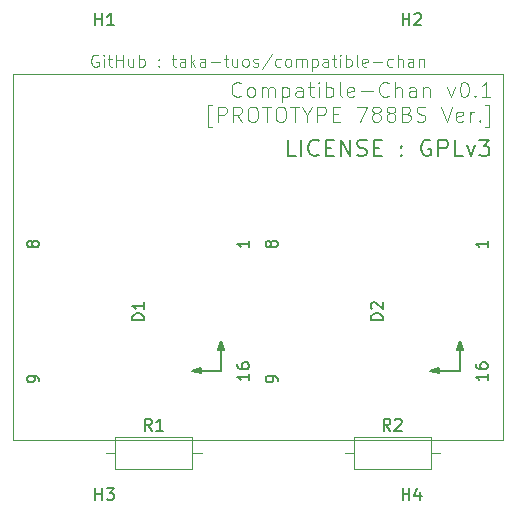
<source format=gto>
G04 #@! TF.GenerationSoftware,KiCad,Pcbnew,8.0.2*
G04 #@! TF.CreationDate,2024-08-16T15:41:43+09:00*
G04 #@! TF.ProjectId,compatible_chan-v0-led,636f6d70-6174-4696-926c-655f6368616e,rev?*
G04 #@! TF.SameCoordinates,Original*
G04 #@! TF.FileFunction,Legend,Top*
G04 #@! TF.FilePolarity,Positive*
%FSLAX46Y46*%
G04 Gerber Fmt 4.6, Leading zero omitted, Abs format (unit mm)*
G04 Created by KiCad (PCBNEW 8.0.2) date 2024-08-16 15:41:43*
%MOMM*%
%LPD*%
G01*
G04 APERTURE LIST*
%ADD10C,0.100000*%
%ADD11C,0.200000*%
%ADD12C,0.150000*%
%ADD13C,0.120000*%
%ADD14C,3.800000*%
%ADD15C,1.524000*%
%ADD16C,1.600000*%
%ADD17O,1.600000X1.600000*%
%ADD18R,1.700000X1.700000*%
%ADD19O,1.700000X1.700000*%
G04 APERTURE END LIST*
D10*
X74250000Y-55000000D02*
X115750000Y-55000000D01*
X115750000Y-86000000D01*
X74250000Y-86000000D01*
X74250000Y-55000000D01*
D11*
X98201754Y-61956266D02*
X97535087Y-61956266D01*
X97535087Y-61956266D02*
X97535087Y-60556266D01*
X98668420Y-61956266D02*
X98668420Y-60556266D01*
X100135087Y-61822933D02*
X100068420Y-61889600D01*
X100068420Y-61889600D02*
X99868420Y-61956266D01*
X99868420Y-61956266D02*
X99735087Y-61956266D01*
X99735087Y-61956266D02*
X99535087Y-61889600D01*
X99535087Y-61889600D02*
X99401754Y-61756266D01*
X99401754Y-61756266D02*
X99335087Y-61622933D01*
X99335087Y-61622933D02*
X99268420Y-61356266D01*
X99268420Y-61356266D02*
X99268420Y-61156266D01*
X99268420Y-61156266D02*
X99335087Y-60889600D01*
X99335087Y-60889600D02*
X99401754Y-60756266D01*
X99401754Y-60756266D02*
X99535087Y-60622933D01*
X99535087Y-60622933D02*
X99735087Y-60556266D01*
X99735087Y-60556266D02*
X99868420Y-60556266D01*
X99868420Y-60556266D02*
X100068420Y-60622933D01*
X100068420Y-60622933D02*
X100135087Y-60689600D01*
X100735087Y-61222933D02*
X101201754Y-61222933D01*
X101401754Y-61956266D02*
X100735087Y-61956266D01*
X100735087Y-61956266D02*
X100735087Y-60556266D01*
X100735087Y-60556266D02*
X101401754Y-60556266D01*
X102001754Y-61956266D02*
X102001754Y-60556266D01*
X102001754Y-60556266D02*
X102801754Y-61956266D01*
X102801754Y-61956266D02*
X102801754Y-60556266D01*
X103401754Y-61889600D02*
X103601754Y-61956266D01*
X103601754Y-61956266D02*
X103935088Y-61956266D01*
X103935088Y-61956266D02*
X104068421Y-61889600D01*
X104068421Y-61889600D02*
X104135088Y-61822933D01*
X104135088Y-61822933D02*
X104201754Y-61689600D01*
X104201754Y-61689600D02*
X104201754Y-61556266D01*
X104201754Y-61556266D02*
X104135088Y-61422933D01*
X104135088Y-61422933D02*
X104068421Y-61356266D01*
X104068421Y-61356266D02*
X103935088Y-61289600D01*
X103935088Y-61289600D02*
X103668421Y-61222933D01*
X103668421Y-61222933D02*
X103535088Y-61156266D01*
X103535088Y-61156266D02*
X103468421Y-61089600D01*
X103468421Y-61089600D02*
X103401754Y-60956266D01*
X103401754Y-60956266D02*
X103401754Y-60822933D01*
X103401754Y-60822933D02*
X103468421Y-60689600D01*
X103468421Y-60689600D02*
X103535088Y-60622933D01*
X103535088Y-60622933D02*
X103668421Y-60556266D01*
X103668421Y-60556266D02*
X104001754Y-60556266D01*
X104001754Y-60556266D02*
X104201754Y-60622933D01*
X104801754Y-61222933D02*
X105268421Y-61222933D01*
X105468421Y-61956266D02*
X104801754Y-61956266D01*
X104801754Y-61956266D02*
X104801754Y-60556266D01*
X104801754Y-60556266D02*
X105468421Y-60556266D01*
X107135088Y-61822933D02*
X107201755Y-61889600D01*
X107201755Y-61889600D02*
X107135088Y-61956266D01*
X107135088Y-61956266D02*
X107068421Y-61889600D01*
X107068421Y-61889600D02*
X107135088Y-61822933D01*
X107135088Y-61822933D02*
X107135088Y-61956266D01*
X107135088Y-61089600D02*
X107201755Y-61156266D01*
X107201755Y-61156266D02*
X107135088Y-61222933D01*
X107135088Y-61222933D02*
X107068421Y-61156266D01*
X107068421Y-61156266D02*
X107135088Y-61089600D01*
X107135088Y-61089600D02*
X107135088Y-61222933D01*
X109601755Y-60622933D02*
X109468422Y-60556266D01*
X109468422Y-60556266D02*
X109268422Y-60556266D01*
X109268422Y-60556266D02*
X109068422Y-60622933D01*
X109068422Y-60622933D02*
X108935089Y-60756266D01*
X108935089Y-60756266D02*
X108868422Y-60889600D01*
X108868422Y-60889600D02*
X108801755Y-61156266D01*
X108801755Y-61156266D02*
X108801755Y-61356266D01*
X108801755Y-61356266D02*
X108868422Y-61622933D01*
X108868422Y-61622933D02*
X108935089Y-61756266D01*
X108935089Y-61756266D02*
X109068422Y-61889600D01*
X109068422Y-61889600D02*
X109268422Y-61956266D01*
X109268422Y-61956266D02*
X109401755Y-61956266D01*
X109401755Y-61956266D02*
X109601755Y-61889600D01*
X109601755Y-61889600D02*
X109668422Y-61822933D01*
X109668422Y-61822933D02*
X109668422Y-61356266D01*
X109668422Y-61356266D02*
X109401755Y-61356266D01*
X110268422Y-61956266D02*
X110268422Y-60556266D01*
X110268422Y-60556266D02*
X110801755Y-60556266D01*
X110801755Y-60556266D02*
X110935089Y-60622933D01*
X110935089Y-60622933D02*
X111001755Y-60689600D01*
X111001755Y-60689600D02*
X111068422Y-60822933D01*
X111068422Y-60822933D02*
X111068422Y-61022933D01*
X111068422Y-61022933D02*
X111001755Y-61156266D01*
X111001755Y-61156266D02*
X110935089Y-61222933D01*
X110935089Y-61222933D02*
X110801755Y-61289600D01*
X110801755Y-61289600D02*
X110268422Y-61289600D01*
X112335089Y-61956266D02*
X111668422Y-61956266D01*
X111668422Y-61956266D02*
X111668422Y-60556266D01*
X112668422Y-61022933D02*
X113001755Y-61956266D01*
X113001755Y-61956266D02*
X113335088Y-61022933D01*
X113735089Y-60556266D02*
X114601755Y-60556266D01*
X114601755Y-60556266D02*
X114135089Y-61089600D01*
X114135089Y-61089600D02*
X114335089Y-61089600D01*
X114335089Y-61089600D02*
X114468422Y-61156266D01*
X114468422Y-61156266D02*
X114535089Y-61222933D01*
X114535089Y-61222933D02*
X114601755Y-61356266D01*
X114601755Y-61356266D02*
X114601755Y-61689600D01*
X114601755Y-61689600D02*
X114535089Y-61822933D01*
X114535089Y-61822933D02*
X114468422Y-61889600D01*
X114468422Y-61889600D02*
X114335089Y-61956266D01*
X114335089Y-61956266D02*
X113935089Y-61956266D01*
X113935089Y-61956266D02*
X113801755Y-61889600D01*
X113801755Y-61889600D02*
X113735089Y-61822933D01*
D10*
X93577071Y-56832895D02*
X93515167Y-56894800D01*
X93515167Y-56894800D02*
X93329452Y-56956704D01*
X93329452Y-56956704D02*
X93205643Y-56956704D01*
X93205643Y-56956704D02*
X93019929Y-56894800D01*
X93019929Y-56894800D02*
X92896119Y-56770990D01*
X92896119Y-56770990D02*
X92834214Y-56647180D01*
X92834214Y-56647180D02*
X92772310Y-56399561D01*
X92772310Y-56399561D02*
X92772310Y-56213847D01*
X92772310Y-56213847D02*
X92834214Y-55966228D01*
X92834214Y-55966228D02*
X92896119Y-55842419D01*
X92896119Y-55842419D02*
X93019929Y-55718609D01*
X93019929Y-55718609D02*
X93205643Y-55656704D01*
X93205643Y-55656704D02*
X93329452Y-55656704D01*
X93329452Y-55656704D02*
X93515167Y-55718609D01*
X93515167Y-55718609D02*
X93577071Y-55780514D01*
X94319929Y-56956704D02*
X94196119Y-56894800D01*
X94196119Y-56894800D02*
X94134214Y-56832895D01*
X94134214Y-56832895D02*
X94072310Y-56709085D01*
X94072310Y-56709085D02*
X94072310Y-56337657D01*
X94072310Y-56337657D02*
X94134214Y-56213847D01*
X94134214Y-56213847D02*
X94196119Y-56151942D01*
X94196119Y-56151942D02*
X94319929Y-56090038D01*
X94319929Y-56090038D02*
X94505643Y-56090038D01*
X94505643Y-56090038D02*
X94629452Y-56151942D01*
X94629452Y-56151942D02*
X94691357Y-56213847D01*
X94691357Y-56213847D02*
X94753262Y-56337657D01*
X94753262Y-56337657D02*
X94753262Y-56709085D01*
X94753262Y-56709085D02*
X94691357Y-56832895D01*
X94691357Y-56832895D02*
X94629452Y-56894800D01*
X94629452Y-56894800D02*
X94505643Y-56956704D01*
X94505643Y-56956704D02*
X94319929Y-56956704D01*
X95310404Y-56956704D02*
X95310404Y-56090038D01*
X95310404Y-56213847D02*
X95372309Y-56151942D01*
X95372309Y-56151942D02*
X95496119Y-56090038D01*
X95496119Y-56090038D02*
X95681833Y-56090038D01*
X95681833Y-56090038D02*
X95805642Y-56151942D01*
X95805642Y-56151942D02*
X95867547Y-56275752D01*
X95867547Y-56275752D02*
X95867547Y-56956704D01*
X95867547Y-56275752D02*
X95929452Y-56151942D01*
X95929452Y-56151942D02*
X96053261Y-56090038D01*
X96053261Y-56090038D02*
X96238976Y-56090038D01*
X96238976Y-56090038D02*
X96362785Y-56151942D01*
X96362785Y-56151942D02*
X96424690Y-56275752D01*
X96424690Y-56275752D02*
X96424690Y-56956704D01*
X97043737Y-56090038D02*
X97043737Y-57390038D01*
X97043737Y-56151942D02*
X97167547Y-56090038D01*
X97167547Y-56090038D02*
X97415166Y-56090038D01*
X97415166Y-56090038D02*
X97538975Y-56151942D01*
X97538975Y-56151942D02*
X97600880Y-56213847D01*
X97600880Y-56213847D02*
X97662785Y-56337657D01*
X97662785Y-56337657D02*
X97662785Y-56709085D01*
X97662785Y-56709085D02*
X97600880Y-56832895D01*
X97600880Y-56832895D02*
X97538975Y-56894800D01*
X97538975Y-56894800D02*
X97415166Y-56956704D01*
X97415166Y-56956704D02*
X97167547Y-56956704D01*
X97167547Y-56956704D02*
X97043737Y-56894800D01*
X98777070Y-56956704D02*
X98777070Y-56275752D01*
X98777070Y-56275752D02*
X98715165Y-56151942D01*
X98715165Y-56151942D02*
X98591356Y-56090038D01*
X98591356Y-56090038D02*
X98343737Y-56090038D01*
X98343737Y-56090038D02*
X98219927Y-56151942D01*
X98777070Y-56894800D02*
X98653261Y-56956704D01*
X98653261Y-56956704D02*
X98343737Y-56956704D01*
X98343737Y-56956704D02*
X98219927Y-56894800D01*
X98219927Y-56894800D02*
X98158023Y-56770990D01*
X98158023Y-56770990D02*
X98158023Y-56647180D01*
X98158023Y-56647180D02*
X98219927Y-56523371D01*
X98219927Y-56523371D02*
X98343737Y-56461466D01*
X98343737Y-56461466D02*
X98653261Y-56461466D01*
X98653261Y-56461466D02*
X98777070Y-56399561D01*
X99210403Y-56090038D02*
X99705641Y-56090038D01*
X99396117Y-55656704D02*
X99396117Y-56770990D01*
X99396117Y-56770990D02*
X99458022Y-56894800D01*
X99458022Y-56894800D02*
X99581832Y-56956704D01*
X99581832Y-56956704D02*
X99705641Y-56956704D01*
X100138974Y-56956704D02*
X100138974Y-56090038D01*
X100138974Y-55656704D02*
X100077070Y-55718609D01*
X100077070Y-55718609D02*
X100138974Y-55780514D01*
X100138974Y-55780514D02*
X100200879Y-55718609D01*
X100200879Y-55718609D02*
X100138974Y-55656704D01*
X100138974Y-55656704D02*
X100138974Y-55780514D01*
X100758022Y-56956704D02*
X100758022Y-55656704D01*
X100758022Y-56151942D02*
X100881832Y-56090038D01*
X100881832Y-56090038D02*
X101129451Y-56090038D01*
X101129451Y-56090038D02*
X101253260Y-56151942D01*
X101253260Y-56151942D02*
X101315165Y-56213847D01*
X101315165Y-56213847D02*
X101377070Y-56337657D01*
X101377070Y-56337657D02*
X101377070Y-56709085D01*
X101377070Y-56709085D02*
X101315165Y-56832895D01*
X101315165Y-56832895D02*
X101253260Y-56894800D01*
X101253260Y-56894800D02*
X101129451Y-56956704D01*
X101129451Y-56956704D02*
X100881832Y-56956704D01*
X100881832Y-56956704D02*
X100758022Y-56894800D01*
X102119927Y-56956704D02*
X101996117Y-56894800D01*
X101996117Y-56894800D02*
X101934212Y-56770990D01*
X101934212Y-56770990D02*
X101934212Y-55656704D01*
X103110402Y-56894800D02*
X102986593Y-56956704D01*
X102986593Y-56956704D02*
X102738974Y-56956704D01*
X102738974Y-56956704D02*
X102615164Y-56894800D01*
X102615164Y-56894800D02*
X102553260Y-56770990D01*
X102553260Y-56770990D02*
X102553260Y-56275752D01*
X102553260Y-56275752D02*
X102615164Y-56151942D01*
X102615164Y-56151942D02*
X102738974Y-56090038D01*
X102738974Y-56090038D02*
X102986593Y-56090038D01*
X102986593Y-56090038D02*
X103110402Y-56151942D01*
X103110402Y-56151942D02*
X103172307Y-56275752D01*
X103172307Y-56275752D02*
X103172307Y-56399561D01*
X103172307Y-56399561D02*
X102553260Y-56523371D01*
X103729450Y-56461466D02*
X104719927Y-56461466D01*
X106081831Y-56832895D02*
X106019927Y-56894800D01*
X106019927Y-56894800D02*
X105834212Y-56956704D01*
X105834212Y-56956704D02*
X105710403Y-56956704D01*
X105710403Y-56956704D02*
X105524689Y-56894800D01*
X105524689Y-56894800D02*
X105400879Y-56770990D01*
X105400879Y-56770990D02*
X105338974Y-56647180D01*
X105338974Y-56647180D02*
X105277070Y-56399561D01*
X105277070Y-56399561D02*
X105277070Y-56213847D01*
X105277070Y-56213847D02*
X105338974Y-55966228D01*
X105338974Y-55966228D02*
X105400879Y-55842419D01*
X105400879Y-55842419D02*
X105524689Y-55718609D01*
X105524689Y-55718609D02*
X105710403Y-55656704D01*
X105710403Y-55656704D02*
X105834212Y-55656704D01*
X105834212Y-55656704D02*
X106019927Y-55718609D01*
X106019927Y-55718609D02*
X106081831Y-55780514D01*
X106638974Y-56956704D02*
X106638974Y-55656704D01*
X107196117Y-56956704D02*
X107196117Y-56275752D01*
X107196117Y-56275752D02*
X107134212Y-56151942D01*
X107134212Y-56151942D02*
X107010403Y-56090038D01*
X107010403Y-56090038D02*
X106824689Y-56090038D01*
X106824689Y-56090038D02*
X106700879Y-56151942D01*
X106700879Y-56151942D02*
X106638974Y-56213847D01*
X108372307Y-56956704D02*
X108372307Y-56275752D01*
X108372307Y-56275752D02*
X108310402Y-56151942D01*
X108310402Y-56151942D02*
X108186593Y-56090038D01*
X108186593Y-56090038D02*
X107938974Y-56090038D01*
X107938974Y-56090038D02*
X107815164Y-56151942D01*
X108372307Y-56894800D02*
X108248498Y-56956704D01*
X108248498Y-56956704D02*
X107938974Y-56956704D01*
X107938974Y-56956704D02*
X107815164Y-56894800D01*
X107815164Y-56894800D02*
X107753260Y-56770990D01*
X107753260Y-56770990D02*
X107753260Y-56647180D01*
X107753260Y-56647180D02*
X107815164Y-56523371D01*
X107815164Y-56523371D02*
X107938974Y-56461466D01*
X107938974Y-56461466D02*
X108248498Y-56461466D01*
X108248498Y-56461466D02*
X108372307Y-56399561D01*
X108991354Y-56090038D02*
X108991354Y-56956704D01*
X108991354Y-56213847D02*
X109053259Y-56151942D01*
X109053259Y-56151942D02*
X109177069Y-56090038D01*
X109177069Y-56090038D02*
X109362783Y-56090038D01*
X109362783Y-56090038D02*
X109486592Y-56151942D01*
X109486592Y-56151942D02*
X109548497Y-56275752D01*
X109548497Y-56275752D02*
X109548497Y-56956704D01*
X111034211Y-56090038D02*
X111343735Y-56956704D01*
X111343735Y-56956704D02*
X111653258Y-56090038D01*
X112396115Y-55656704D02*
X112519925Y-55656704D01*
X112519925Y-55656704D02*
X112643734Y-55718609D01*
X112643734Y-55718609D02*
X112705639Y-55780514D01*
X112705639Y-55780514D02*
X112767544Y-55904323D01*
X112767544Y-55904323D02*
X112829449Y-56151942D01*
X112829449Y-56151942D02*
X112829449Y-56461466D01*
X112829449Y-56461466D02*
X112767544Y-56709085D01*
X112767544Y-56709085D02*
X112705639Y-56832895D01*
X112705639Y-56832895D02*
X112643734Y-56894800D01*
X112643734Y-56894800D02*
X112519925Y-56956704D01*
X112519925Y-56956704D02*
X112396115Y-56956704D01*
X112396115Y-56956704D02*
X112272306Y-56894800D01*
X112272306Y-56894800D02*
X112210401Y-56832895D01*
X112210401Y-56832895D02*
X112148496Y-56709085D01*
X112148496Y-56709085D02*
X112086592Y-56461466D01*
X112086592Y-56461466D02*
X112086592Y-56151942D01*
X112086592Y-56151942D02*
X112148496Y-55904323D01*
X112148496Y-55904323D02*
X112210401Y-55780514D01*
X112210401Y-55780514D02*
X112272306Y-55718609D01*
X112272306Y-55718609D02*
X112396115Y-55656704D01*
X113386591Y-56832895D02*
X113448496Y-56894800D01*
X113448496Y-56894800D02*
X113386591Y-56956704D01*
X113386591Y-56956704D02*
X113324687Y-56894800D01*
X113324687Y-56894800D02*
X113386591Y-56832895D01*
X113386591Y-56832895D02*
X113386591Y-56956704D01*
X114686592Y-56956704D02*
X113943735Y-56956704D01*
X114315163Y-56956704D02*
X114315163Y-55656704D01*
X114315163Y-55656704D02*
X114191354Y-55842419D01*
X114191354Y-55842419D02*
X114067544Y-55966228D01*
X114067544Y-55966228D02*
X113943735Y-56028133D01*
X91100877Y-59482965D02*
X90791353Y-59482965D01*
X90791353Y-59482965D02*
X90791353Y-57625822D01*
X90791353Y-57625822D02*
X91100877Y-57625822D01*
X91596115Y-59049631D02*
X91596115Y-57749631D01*
X91596115Y-57749631D02*
X92091353Y-57749631D01*
X92091353Y-57749631D02*
X92215163Y-57811536D01*
X92215163Y-57811536D02*
X92277068Y-57873441D01*
X92277068Y-57873441D02*
X92338972Y-57997250D01*
X92338972Y-57997250D02*
X92338972Y-58182965D01*
X92338972Y-58182965D02*
X92277068Y-58306774D01*
X92277068Y-58306774D02*
X92215163Y-58368679D01*
X92215163Y-58368679D02*
X92091353Y-58430584D01*
X92091353Y-58430584D02*
X91596115Y-58430584D01*
X93638972Y-59049631D02*
X93205639Y-58430584D01*
X92896115Y-59049631D02*
X92896115Y-57749631D01*
X92896115Y-57749631D02*
X93391353Y-57749631D01*
X93391353Y-57749631D02*
X93515163Y-57811536D01*
X93515163Y-57811536D02*
X93577068Y-57873441D01*
X93577068Y-57873441D02*
X93638972Y-57997250D01*
X93638972Y-57997250D02*
X93638972Y-58182965D01*
X93638972Y-58182965D02*
X93577068Y-58306774D01*
X93577068Y-58306774D02*
X93515163Y-58368679D01*
X93515163Y-58368679D02*
X93391353Y-58430584D01*
X93391353Y-58430584D02*
X92896115Y-58430584D01*
X94443734Y-57749631D02*
X94691353Y-57749631D01*
X94691353Y-57749631D02*
X94815163Y-57811536D01*
X94815163Y-57811536D02*
X94938972Y-57935346D01*
X94938972Y-57935346D02*
X95000877Y-58182965D01*
X95000877Y-58182965D02*
X95000877Y-58616298D01*
X95000877Y-58616298D02*
X94938972Y-58863917D01*
X94938972Y-58863917D02*
X94815163Y-58987727D01*
X94815163Y-58987727D02*
X94691353Y-59049631D01*
X94691353Y-59049631D02*
X94443734Y-59049631D01*
X94443734Y-59049631D02*
X94319925Y-58987727D01*
X94319925Y-58987727D02*
X94196115Y-58863917D01*
X94196115Y-58863917D02*
X94134211Y-58616298D01*
X94134211Y-58616298D02*
X94134211Y-58182965D01*
X94134211Y-58182965D02*
X94196115Y-57935346D01*
X94196115Y-57935346D02*
X94319925Y-57811536D01*
X94319925Y-57811536D02*
X94443734Y-57749631D01*
X95372306Y-57749631D02*
X96115163Y-57749631D01*
X95743735Y-59049631D02*
X95743735Y-57749631D01*
X96796115Y-57749631D02*
X97043734Y-57749631D01*
X97043734Y-57749631D02*
X97167544Y-57811536D01*
X97167544Y-57811536D02*
X97291353Y-57935346D01*
X97291353Y-57935346D02*
X97353258Y-58182965D01*
X97353258Y-58182965D02*
X97353258Y-58616298D01*
X97353258Y-58616298D02*
X97291353Y-58863917D01*
X97291353Y-58863917D02*
X97167544Y-58987727D01*
X97167544Y-58987727D02*
X97043734Y-59049631D01*
X97043734Y-59049631D02*
X96796115Y-59049631D01*
X96796115Y-59049631D02*
X96672306Y-58987727D01*
X96672306Y-58987727D02*
X96548496Y-58863917D01*
X96548496Y-58863917D02*
X96486592Y-58616298D01*
X96486592Y-58616298D02*
X96486592Y-58182965D01*
X96486592Y-58182965D02*
X96548496Y-57935346D01*
X96548496Y-57935346D02*
X96672306Y-57811536D01*
X96672306Y-57811536D02*
X96796115Y-57749631D01*
X97724687Y-57749631D02*
X98467544Y-57749631D01*
X98096116Y-59049631D02*
X98096116Y-57749631D01*
X99148496Y-58430584D02*
X99148496Y-59049631D01*
X98715163Y-57749631D02*
X99148496Y-58430584D01*
X99148496Y-58430584D02*
X99581830Y-57749631D01*
X100015163Y-59049631D02*
X100015163Y-57749631D01*
X100015163Y-57749631D02*
X100510401Y-57749631D01*
X100510401Y-57749631D02*
X100634211Y-57811536D01*
X100634211Y-57811536D02*
X100696116Y-57873441D01*
X100696116Y-57873441D02*
X100758020Y-57997250D01*
X100758020Y-57997250D02*
X100758020Y-58182965D01*
X100758020Y-58182965D02*
X100696116Y-58306774D01*
X100696116Y-58306774D02*
X100634211Y-58368679D01*
X100634211Y-58368679D02*
X100510401Y-58430584D01*
X100510401Y-58430584D02*
X100015163Y-58430584D01*
X101315163Y-58368679D02*
X101748497Y-58368679D01*
X101934211Y-59049631D02*
X101315163Y-59049631D01*
X101315163Y-59049631D02*
X101315163Y-57749631D01*
X101315163Y-57749631D02*
X101934211Y-57749631D01*
X103358020Y-57749631D02*
X104224686Y-57749631D01*
X104224686Y-57749631D02*
X103667544Y-59049631D01*
X104905639Y-58306774D02*
X104781829Y-58244869D01*
X104781829Y-58244869D02*
X104719924Y-58182965D01*
X104719924Y-58182965D02*
X104658020Y-58059155D01*
X104658020Y-58059155D02*
X104658020Y-57997250D01*
X104658020Y-57997250D02*
X104719924Y-57873441D01*
X104719924Y-57873441D02*
X104781829Y-57811536D01*
X104781829Y-57811536D02*
X104905639Y-57749631D01*
X104905639Y-57749631D02*
X105153258Y-57749631D01*
X105153258Y-57749631D02*
X105277067Y-57811536D01*
X105277067Y-57811536D02*
X105338972Y-57873441D01*
X105338972Y-57873441D02*
X105400877Y-57997250D01*
X105400877Y-57997250D02*
X105400877Y-58059155D01*
X105400877Y-58059155D02*
X105338972Y-58182965D01*
X105338972Y-58182965D02*
X105277067Y-58244869D01*
X105277067Y-58244869D02*
X105153258Y-58306774D01*
X105153258Y-58306774D02*
X104905639Y-58306774D01*
X104905639Y-58306774D02*
X104781829Y-58368679D01*
X104781829Y-58368679D02*
X104719924Y-58430584D01*
X104719924Y-58430584D02*
X104658020Y-58554393D01*
X104658020Y-58554393D02*
X104658020Y-58802012D01*
X104658020Y-58802012D02*
X104719924Y-58925822D01*
X104719924Y-58925822D02*
X104781829Y-58987727D01*
X104781829Y-58987727D02*
X104905639Y-59049631D01*
X104905639Y-59049631D02*
X105153258Y-59049631D01*
X105153258Y-59049631D02*
X105277067Y-58987727D01*
X105277067Y-58987727D02*
X105338972Y-58925822D01*
X105338972Y-58925822D02*
X105400877Y-58802012D01*
X105400877Y-58802012D02*
X105400877Y-58554393D01*
X105400877Y-58554393D02*
X105338972Y-58430584D01*
X105338972Y-58430584D02*
X105277067Y-58368679D01*
X105277067Y-58368679D02*
X105153258Y-58306774D01*
X106143734Y-58306774D02*
X106019924Y-58244869D01*
X106019924Y-58244869D02*
X105958019Y-58182965D01*
X105958019Y-58182965D02*
X105896115Y-58059155D01*
X105896115Y-58059155D02*
X105896115Y-57997250D01*
X105896115Y-57997250D02*
X105958019Y-57873441D01*
X105958019Y-57873441D02*
X106019924Y-57811536D01*
X106019924Y-57811536D02*
X106143734Y-57749631D01*
X106143734Y-57749631D02*
X106391353Y-57749631D01*
X106391353Y-57749631D02*
X106515162Y-57811536D01*
X106515162Y-57811536D02*
X106577067Y-57873441D01*
X106577067Y-57873441D02*
X106638972Y-57997250D01*
X106638972Y-57997250D02*
X106638972Y-58059155D01*
X106638972Y-58059155D02*
X106577067Y-58182965D01*
X106577067Y-58182965D02*
X106515162Y-58244869D01*
X106515162Y-58244869D02*
X106391353Y-58306774D01*
X106391353Y-58306774D02*
X106143734Y-58306774D01*
X106143734Y-58306774D02*
X106019924Y-58368679D01*
X106019924Y-58368679D02*
X105958019Y-58430584D01*
X105958019Y-58430584D02*
X105896115Y-58554393D01*
X105896115Y-58554393D02*
X105896115Y-58802012D01*
X105896115Y-58802012D02*
X105958019Y-58925822D01*
X105958019Y-58925822D02*
X106019924Y-58987727D01*
X106019924Y-58987727D02*
X106143734Y-59049631D01*
X106143734Y-59049631D02*
X106391353Y-59049631D01*
X106391353Y-59049631D02*
X106515162Y-58987727D01*
X106515162Y-58987727D02*
X106577067Y-58925822D01*
X106577067Y-58925822D02*
X106638972Y-58802012D01*
X106638972Y-58802012D02*
X106638972Y-58554393D01*
X106638972Y-58554393D02*
X106577067Y-58430584D01*
X106577067Y-58430584D02*
X106515162Y-58368679D01*
X106515162Y-58368679D02*
X106391353Y-58306774D01*
X107629448Y-58368679D02*
X107815162Y-58430584D01*
X107815162Y-58430584D02*
X107877067Y-58492488D01*
X107877067Y-58492488D02*
X107938971Y-58616298D01*
X107938971Y-58616298D02*
X107938971Y-58802012D01*
X107938971Y-58802012D02*
X107877067Y-58925822D01*
X107877067Y-58925822D02*
X107815162Y-58987727D01*
X107815162Y-58987727D02*
X107691352Y-59049631D01*
X107691352Y-59049631D02*
X107196114Y-59049631D01*
X107196114Y-59049631D02*
X107196114Y-57749631D01*
X107196114Y-57749631D02*
X107629448Y-57749631D01*
X107629448Y-57749631D02*
X107753257Y-57811536D01*
X107753257Y-57811536D02*
X107815162Y-57873441D01*
X107815162Y-57873441D02*
X107877067Y-57997250D01*
X107877067Y-57997250D02*
X107877067Y-58121060D01*
X107877067Y-58121060D02*
X107815162Y-58244869D01*
X107815162Y-58244869D02*
X107753257Y-58306774D01*
X107753257Y-58306774D02*
X107629448Y-58368679D01*
X107629448Y-58368679D02*
X107196114Y-58368679D01*
X108434210Y-58987727D02*
X108619924Y-59049631D01*
X108619924Y-59049631D02*
X108929448Y-59049631D01*
X108929448Y-59049631D02*
X109053257Y-58987727D01*
X109053257Y-58987727D02*
X109115162Y-58925822D01*
X109115162Y-58925822D02*
X109177067Y-58802012D01*
X109177067Y-58802012D02*
X109177067Y-58678203D01*
X109177067Y-58678203D02*
X109115162Y-58554393D01*
X109115162Y-58554393D02*
X109053257Y-58492488D01*
X109053257Y-58492488D02*
X108929448Y-58430584D01*
X108929448Y-58430584D02*
X108681829Y-58368679D01*
X108681829Y-58368679D02*
X108558019Y-58306774D01*
X108558019Y-58306774D02*
X108496114Y-58244869D01*
X108496114Y-58244869D02*
X108434210Y-58121060D01*
X108434210Y-58121060D02*
X108434210Y-57997250D01*
X108434210Y-57997250D02*
X108496114Y-57873441D01*
X108496114Y-57873441D02*
X108558019Y-57811536D01*
X108558019Y-57811536D02*
X108681829Y-57749631D01*
X108681829Y-57749631D02*
X108991352Y-57749631D01*
X108991352Y-57749631D02*
X109177067Y-57811536D01*
X110538971Y-57749631D02*
X110972304Y-59049631D01*
X110972304Y-59049631D02*
X111405638Y-57749631D01*
X112334209Y-58987727D02*
X112210400Y-59049631D01*
X112210400Y-59049631D02*
X111962781Y-59049631D01*
X111962781Y-59049631D02*
X111838971Y-58987727D01*
X111838971Y-58987727D02*
X111777067Y-58863917D01*
X111777067Y-58863917D02*
X111777067Y-58368679D01*
X111777067Y-58368679D02*
X111838971Y-58244869D01*
X111838971Y-58244869D02*
X111962781Y-58182965D01*
X111962781Y-58182965D02*
X112210400Y-58182965D01*
X112210400Y-58182965D02*
X112334209Y-58244869D01*
X112334209Y-58244869D02*
X112396114Y-58368679D01*
X112396114Y-58368679D02*
X112396114Y-58492488D01*
X112396114Y-58492488D02*
X111777067Y-58616298D01*
X112953257Y-59049631D02*
X112953257Y-58182965D01*
X112953257Y-58430584D02*
X113015162Y-58306774D01*
X113015162Y-58306774D02*
X113077067Y-58244869D01*
X113077067Y-58244869D02*
X113200876Y-58182965D01*
X113200876Y-58182965D02*
X113324686Y-58182965D01*
X113758019Y-58925822D02*
X113819924Y-58987727D01*
X113819924Y-58987727D02*
X113758019Y-59049631D01*
X113758019Y-59049631D02*
X113696115Y-58987727D01*
X113696115Y-58987727D02*
X113758019Y-58925822D01*
X113758019Y-58925822D02*
X113758019Y-59049631D01*
X114253258Y-59482965D02*
X114562782Y-59482965D01*
X114562782Y-59482965D02*
X114562782Y-57625822D01*
X114562782Y-57625822D02*
X114253258Y-57625822D01*
X81452379Y-53420038D02*
X81357141Y-53372419D01*
X81357141Y-53372419D02*
X81214284Y-53372419D01*
X81214284Y-53372419D02*
X81071427Y-53420038D01*
X81071427Y-53420038D02*
X80976189Y-53515276D01*
X80976189Y-53515276D02*
X80928570Y-53610514D01*
X80928570Y-53610514D02*
X80880951Y-53800990D01*
X80880951Y-53800990D02*
X80880951Y-53943847D01*
X80880951Y-53943847D02*
X80928570Y-54134323D01*
X80928570Y-54134323D02*
X80976189Y-54229561D01*
X80976189Y-54229561D02*
X81071427Y-54324800D01*
X81071427Y-54324800D02*
X81214284Y-54372419D01*
X81214284Y-54372419D02*
X81309522Y-54372419D01*
X81309522Y-54372419D02*
X81452379Y-54324800D01*
X81452379Y-54324800D02*
X81499998Y-54277180D01*
X81499998Y-54277180D02*
X81499998Y-53943847D01*
X81499998Y-53943847D02*
X81309522Y-53943847D01*
X81928570Y-54372419D02*
X81928570Y-53705752D01*
X81928570Y-53372419D02*
X81880951Y-53420038D01*
X81880951Y-53420038D02*
X81928570Y-53467657D01*
X81928570Y-53467657D02*
X81976189Y-53420038D01*
X81976189Y-53420038D02*
X81928570Y-53372419D01*
X81928570Y-53372419D02*
X81928570Y-53467657D01*
X82261903Y-53705752D02*
X82642855Y-53705752D01*
X82404760Y-53372419D02*
X82404760Y-54229561D01*
X82404760Y-54229561D02*
X82452379Y-54324800D01*
X82452379Y-54324800D02*
X82547617Y-54372419D01*
X82547617Y-54372419D02*
X82642855Y-54372419D01*
X82976189Y-54372419D02*
X82976189Y-53372419D01*
X82976189Y-53848609D02*
X83547617Y-53848609D01*
X83547617Y-54372419D02*
X83547617Y-53372419D01*
X84452379Y-53705752D02*
X84452379Y-54372419D01*
X84023808Y-53705752D02*
X84023808Y-54229561D01*
X84023808Y-54229561D02*
X84071427Y-54324800D01*
X84071427Y-54324800D02*
X84166665Y-54372419D01*
X84166665Y-54372419D02*
X84309522Y-54372419D01*
X84309522Y-54372419D02*
X84404760Y-54324800D01*
X84404760Y-54324800D02*
X84452379Y-54277180D01*
X84928570Y-54372419D02*
X84928570Y-53372419D01*
X84928570Y-53753371D02*
X85023808Y-53705752D01*
X85023808Y-53705752D02*
X85214284Y-53705752D01*
X85214284Y-53705752D02*
X85309522Y-53753371D01*
X85309522Y-53753371D02*
X85357141Y-53800990D01*
X85357141Y-53800990D02*
X85404760Y-53896228D01*
X85404760Y-53896228D02*
X85404760Y-54181942D01*
X85404760Y-54181942D02*
X85357141Y-54277180D01*
X85357141Y-54277180D02*
X85309522Y-54324800D01*
X85309522Y-54324800D02*
X85214284Y-54372419D01*
X85214284Y-54372419D02*
X85023808Y-54372419D01*
X85023808Y-54372419D02*
X84928570Y-54324800D01*
X86595237Y-54277180D02*
X86642856Y-54324800D01*
X86642856Y-54324800D02*
X86595237Y-54372419D01*
X86595237Y-54372419D02*
X86547618Y-54324800D01*
X86547618Y-54324800D02*
X86595237Y-54277180D01*
X86595237Y-54277180D02*
X86595237Y-54372419D01*
X86595237Y-53753371D02*
X86642856Y-53800990D01*
X86642856Y-53800990D02*
X86595237Y-53848609D01*
X86595237Y-53848609D02*
X86547618Y-53800990D01*
X86547618Y-53800990D02*
X86595237Y-53753371D01*
X86595237Y-53753371D02*
X86595237Y-53848609D01*
X87690475Y-53705752D02*
X88071427Y-53705752D01*
X87833332Y-53372419D02*
X87833332Y-54229561D01*
X87833332Y-54229561D02*
X87880951Y-54324800D01*
X87880951Y-54324800D02*
X87976189Y-54372419D01*
X87976189Y-54372419D02*
X88071427Y-54372419D01*
X88833332Y-54372419D02*
X88833332Y-53848609D01*
X88833332Y-53848609D02*
X88785713Y-53753371D01*
X88785713Y-53753371D02*
X88690475Y-53705752D01*
X88690475Y-53705752D02*
X88499999Y-53705752D01*
X88499999Y-53705752D02*
X88404761Y-53753371D01*
X88833332Y-54324800D02*
X88738094Y-54372419D01*
X88738094Y-54372419D02*
X88499999Y-54372419D01*
X88499999Y-54372419D02*
X88404761Y-54324800D01*
X88404761Y-54324800D02*
X88357142Y-54229561D01*
X88357142Y-54229561D02*
X88357142Y-54134323D01*
X88357142Y-54134323D02*
X88404761Y-54039085D01*
X88404761Y-54039085D02*
X88499999Y-53991466D01*
X88499999Y-53991466D02*
X88738094Y-53991466D01*
X88738094Y-53991466D02*
X88833332Y-53943847D01*
X89309523Y-54372419D02*
X89309523Y-53372419D01*
X89404761Y-53991466D02*
X89690475Y-54372419D01*
X89690475Y-53705752D02*
X89309523Y-54086704D01*
X90547618Y-54372419D02*
X90547618Y-53848609D01*
X90547618Y-53848609D02*
X90499999Y-53753371D01*
X90499999Y-53753371D02*
X90404761Y-53705752D01*
X90404761Y-53705752D02*
X90214285Y-53705752D01*
X90214285Y-53705752D02*
X90119047Y-53753371D01*
X90547618Y-54324800D02*
X90452380Y-54372419D01*
X90452380Y-54372419D02*
X90214285Y-54372419D01*
X90214285Y-54372419D02*
X90119047Y-54324800D01*
X90119047Y-54324800D02*
X90071428Y-54229561D01*
X90071428Y-54229561D02*
X90071428Y-54134323D01*
X90071428Y-54134323D02*
X90119047Y-54039085D01*
X90119047Y-54039085D02*
X90214285Y-53991466D01*
X90214285Y-53991466D02*
X90452380Y-53991466D01*
X90452380Y-53991466D02*
X90547618Y-53943847D01*
X91023809Y-53991466D02*
X91785714Y-53991466D01*
X92119047Y-53705752D02*
X92499999Y-53705752D01*
X92261904Y-53372419D02*
X92261904Y-54229561D01*
X92261904Y-54229561D02*
X92309523Y-54324800D01*
X92309523Y-54324800D02*
X92404761Y-54372419D01*
X92404761Y-54372419D02*
X92499999Y-54372419D01*
X93261904Y-53705752D02*
X93261904Y-54372419D01*
X92833333Y-53705752D02*
X92833333Y-54229561D01*
X92833333Y-54229561D02*
X92880952Y-54324800D01*
X92880952Y-54324800D02*
X92976190Y-54372419D01*
X92976190Y-54372419D02*
X93119047Y-54372419D01*
X93119047Y-54372419D02*
X93214285Y-54324800D01*
X93214285Y-54324800D02*
X93261904Y-54277180D01*
X93880952Y-54372419D02*
X93785714Y-54324800D01*
X93785714Y-54324800D02*
X93738095Y-54277180D01*
X93738095Y-54277180D02*
X93690476Y-54181942D01*
X93690476Y-54181942D02*
X93690476Y-53896228D01*
X93690476Y-53896228D02*
X93738095Y-53800990D01*
X93738095Y-53800990D02*
X93785714Y-53753371D01*
X93785714Y-53753371D02*
X93880952Y-53705752D01*
X93880952Y-53705752D02*
X94023809Y-53705752D01*
X94023809Y-53705752D02*
X94119047Y-53753371D01*
X94119047Y-53753371D02*
X94166666Y-53800990D01*
X94166666Y-53800990D02*
X94214285Y-53896228D01*
X94214285Y-53896228D02*
X94214285Y-54181942D01*
X94214285Y-54181942D02*
X94166666Y-54277180D01*
X94166666Y-54277180D02*
X94119047Y-54324800D01*
X94119047Y-54324800D02*
X94023809Y-54372419D01*
X94023809Y-54372419D02*
X93880952Y-54372419D01*
X94595238Y-54324800D02*
X94690476Y-54372419D01*
X94690476Y-54372419D02*
X94880952Y-54372419D01*
X94880952Y-54372419D02*
X94976190Y-54324800D01*
X94976190Y-54324800D02*
X95023809Y-54229561D01*
X95023809Y-54229561D02*
X95023809Y-54181942D01*
X95023809Y-54181942D02*
X94976190Y-54086704D01*
X94976190Y-54086704D02*
X94880952Y-54039085D01*
X94880952Y-54039085D02*
X94738095Y-54039085D01*
X94738095Y-54039085D02*
X94642857Y-53991466D01*
X94642857Y-53991466D02*
X94595238Y-53896228D01*
X94595238Y-53896228D02*
X94595238Y-53848609D01*
X94595238Y-53848609D02*
X94642857Y-53753371D01*
X94642857Y-53753371D02*
X94738095Y-53705752D01*
X94738095Y-53705752D02*
X94880952Y-53705752D01*
X94880952Y-53705752D02*
X94976190Y-53753371D01*
X96166666Y-53324800D02*
X95309524Y-54610514D01*
X96928571Y-54324800D02*
X96833333Y-54372419D01*
X96833333Y-54372419D02*
X96642857Y-54372419D01*
X96642857Y-54372419D02*
X96547619Y-54324800D01*
X96547619Y-54324800D02*
X96500000Y-54277180D01*
X96500000Y-54277180D02*
X96452381Y-54181942D01*
X96452381Y-54181942D02*
X96452381Y-53896228D01*
X96452381Y-53896228D02*
X96500000Y-53800990D01*
X96500000Y-53800990D02*
X96547619Y-53753371D01*
X96547619Y-53753371D02*
X96642857Y-53705752D01*
X96642857Y-53705752D02*
X96833333Y-53705752D01*
X96833333Y-53705752D02*
X96928571Y-53753371D01*
X97500000Y-54372419D02*
X97404762Y-54324800D01*
X97404762Y-54324800D02*
X97357143Y-54277180D01*
X97357143Y-54277180D02*
X97309524Y-54181942D01*
X97309524Y-54181942D02*
X97309524Y-53896228D01*
X97309524Y-53896228D02*
X97357143Y-53800990D01*
X97357143Y-53800990D02*
X97404762Y-53753371D01*
X97404762Y-53753371D02*
X97500000Y-53705752D01*
X97500000Y-53705752D02*
X97642857Y-53705752D01*
X97642857Y-53705752D02*
X97738095Y-53753371D01*
X97738095Y-53753371D02*
X97785714Y-53800990D01*
X97785714Y-53800990D02*
X97833333Y-53896228D01*
X97833333Y-53896228D02*
X97833333Y-54181942D01*
X97833333Y-54181942D02*
X97785714Y-54277180D01*
X97785714Y-54277180D02*
X97738095Y-54324800D01*
X97738095Y-54324800D02*
X97642857Y-54372419D01*
X97642857Y-54372419D02*
X97500000Y-54372419D01*
X98261905Y-54372419D02*
X98261905Y-53705752D01*
X98261905Y-53800990D02*
X98309524Y-53753371D01*
X98309524Y-53753371D02*
X98404762Y-53705752D01*
X98404762Y-53705752D02*
X98547619Y-53705752D01*
X98547619Y-53705752D02*
X98642857Y-53753371D01*
X98642857Y-53753371D02*
X98690476Y-53848609D01*
X98690476Y-53848609D02*
X98690476Y-54372419D01*
X98690476Y-53848609D02*
X98738095Y-53753371D01*
X98738095Y-53753371D02*
X98833333Y-53705752D01*
X98833333Y-53705752D02*
X98976190Y-53705752D01*
X98976190Y-53705752D02*
X99071429Y-53753371D01*
X99071429Y-53753371D02*
X99119048Y-53848609D01*
X99119048Y-53848609D02*
X99119048Y-54372419D01*
X99595238Y-53705752D02*
X99595238Y-54705752D01*
X99595238Y-53753371D02*
X99690476Y-53705752D01*
X99690476Y-53705752D02*
X99880952Y-53705752D01*
X99880952Y-53705752D02*
X99976190Y-53753371D01*
X99976190Y-53753371D02*
X100023809Y-53800990D01*
X100023809Y-53800990D02*
X100071428Y-53896228D01*
X100071428Y-53896228D02*
X100071428Y-54181942D01*
X100071428Y-54181942D02*
X100023809Y-54277180D01*
X100023809Y-54277180D02*
X99976190Y-54324800D01*
X99976190Y-54324800D02*
X99880952Y-54372419D01*
X99880952Y-54372419D02*
X99690476Y-54372419D01*
X99690476Y-54372419D02*
X99595238Y-54324800D01*
X100928571Y-54372419D02*
X100928571Y-53848609D01*
X100928571Y-53848609D02*
X100880952Y-53753371D01*
X100880952Y-53753371D02*
X100785714Y-53705752D01*
X100785714Y-53705752D02*
X100595238Y-53705752D01*
X100595238Y-53705752D02*
X100500000Y-53753371D01*
X100928571Y-54324800D02*
X100833333Y-54372419D01*
X100833333Y-54372419D02*
X100595238Y-54372419D01*
X100595238Y-54372419D02*
X100500000Y-54324800D01*
X100500000Y-54324800D02*
X100452381Y-54229561D01*
X100452381Y-54229561D02*
X100452381Y-54134323D01*
X100452381Y-54134323D02*
X100500000Y-54039085D01*
X100500000Y-54039085D02*
X100595238Y-53991466D01*
X100595238Y-53991466D02*
X100833333Y-53991466D01*
X100833333Y-53991466D02*
X100928571Y-53943847D01*
X101261905Y-53705752D02*
X101642857Y-53705752D01*
X101404762Y-53372419D02*
X101404762Y-54229561D01*
X101404762Y-54229561D02*
X101452381Y-54324800D01*
X101452381Y-54324800D02*
X101547619Y-54372419D01*
X101547619Y-54372419D02*
X101642857Y-54372419D01*
X101976191Y-54372419D02*
X101976191Y-53705752D01*
X101976191Y-53372419D02*
X101928572Y-53420038D01*
X101928572Y-53420038D02*
X101976191Y-53467657D01*
X101976191Y-53467657D02*
X102023810Y-53420038D01*
X102023810Y-53420038D02*
X101976191Y-53372419D01*
X101976191Y-53372419D02*
X101976191Y-53467657D01*
X102452381Y-54372419D02*
X102452381Y-53372419D01*
X102452381Y-53753371D02*
X102547619Y-53705752D01*
X102547619Y-53705752D02*
X102738095Y-53705752D01*
X102738095Y-53705752D02*
X102833333Y-53753371D01*
X102833333Y-53753371D02*
X102880952Y-53800990D01*
X102880952Y-53800990D02*
X102928571Y-53896228D01*
X102928571Y-53896228D02*
X102928571Y-54181942D01*
X102928571Y-54181942D02*
X102880952Y-54277180D01*
X102880952Y-54277180D02*
X102833333Y-54324800D01*
X102833333Y-54324800D02*
X102738095Y-54372419D01*
X102738095Y-54372419D02*
X102547619Y-54372419D01*
X102547619Y-54372419D02*
X102452381Y-54324800D01*
X103500000Y-54372419D02*
X103404762Y-54324800D01*
X103404762Y-54324800D02*
X103357143Y-54229561D01*
X103357143Y-54229561D02*
X103357143Y-53372419D01*
X104261905Y-54324800D02*
X104166667Y-54372419D01*
X104166667Y-54372419D02*
X103976191Y-54372419D01*
X103976191Y-54372419D02*
X103880953Y-54324800D01*
X103880953Y-54324800D02*
X103833334Y-54229561D01*
X103833334Y-54229561D02*
X103833334Y-53848609D01*
X103833334Y-53848609D02*
X103880953Y-53753371D01*
X103880953Y-53753371D02*
X103976191Y-53705752D01*
X103976191Y-53705752D02*
X104166667Y-53705752D01*
X104166667Y-53705752D02*
X104261905Y-53753371D01*
X104261905Y-53753371D02*
X104309524Y-53848609D01*
X104309524Y-53848609D02*
X104309524Y-53943847D01*
X104309524Y-53943847D02*
X103833334Y-54039085D01*
X104738096Y-53991466D02*
X105500001Y-53991466D01*
X106404762Y-54324800D02*
X106309524Y-54372419D01*
X106309524Y-54372419D02*
X106119048Y-54372419D01*
X106119048Y-54372419D02*
X106023810Y-54324800D01*
X106023810Y-54324800D02*
X105976191Y-54277180D01*
X105976191Y-54277180D02*
X105928572Y-54181942D01*
X105928572Y-54181942D02*
X105928572Y-53896228D01*
X105928572Y-53896228D02*
X105976191Y-53800990D01*
X105976191Y-53800990D02*
X106023810Y-53753371D01*
X106023810Y-53753371D02*
X106119048Y-53705752D01*
X106119048Y-53705752D02*
X106309524Y-53705752D01*
X106309524Y-53705752D02*
X106404762Y-53753371D01*
X106833334Y-54372419D02*
X106833334Y-53372419D01*
X107261905Y-54372419D02*
X107261905Y-53848609D01*
X107261905Y-53848609D02*
X107214286Y-53753371D01*
X107214286Y-53753371D02*
X107119048Y-53705752D01*
X107119048Y-53705752D02*
X106976191Y-53705752D01*
X106976191Y-53705752D02*
X106880953Y-53753371D01*
X106880953Y-53753371D02*
X106833334Y-53800990D01*
X108166667Y-54372419D02*
X108166667Y-53848609D01*
X108166667Y-53848609D02*
X108119048Y-53753371D01*
X108119048Y-53753371D02*
X108023810Y-53705752D01*
X108023810Y-53705752D02*
X107833334Y-53705752D01*
X107833334Y-53705752D02*
X107738096Y-53753371D01*
X108166667Y-54324800D02*
X108071429Y-54372419D01*
X108071429Y-54372419D02*
X107833334Y-54372419D01*
X107833334Y-54372419D02*
X107738096Y-54324800D01*
X107738096Y-54324800D02*
X107690477Y-54229561D01*
X107690477Y-54229561D02*
X107690477Y-54134323D01*
X107690477Y-54134323D02*
X107738096Y-54039085D01*
X107738096Y-54039085D02*
X107833334Y-53991466D01*
X107833334Y-53991466D02*
X108071429Y-53991466D01*
X108071429Y-53991466D02*
X108166667Y-53943847D01*
X108642858Y-53705752D02*
X108642858Y-54372419D01*
X108642858Y-53800990D02*
X108690477Y-53753371D01*
X108690477Y-53753371D02*
X108785715Y-53705752D01*
X108785715Y-53705752D02*
X108928572Y-53705752D01*
X108928572Y-53705752D02*
X109023810Y-53753371D01*
X109023810Y-53753371D02*
X109071429Y-53848609D01*
X109071429Y-53848609D02*
X109071429Y-54372419D01*
D12*
X81238095Y-91054819D02*
X81238095Y-90054819D01*
X81238095Y-90531009D02*
X81809523Y-90531009D01*
X81809523Y-91054819D02*
X81809523Y-90054819D01*
X82190476Y-90054819D02*
X82809523Y-90054819D01*
X82809523Y-90054819D02*
X82476190Y-90435771D01*
X82476190Y-90435771D02*
X82619047Y-90435771D01*
X82619047Y-90435771D02*
X82714285Y-90483390D01*
X82714285Y-90483390D02*
X82761904Y-90531009D01*
X82761904Y-90531009D02*
X82809523Y-90626247D01*
X82809523Y-90626247D02*
X82809523Y-90864342D01*
X82809523Y-90864342D02*
X82761904Y-90959580D01*
X82761904Y-90959580D02*
X82714285Y-91007200D01*
X82714285Y-91007200D02*
X82619047Y-91054819D01*
X82619047Y-91054819D02*
X82333333Y-91054819D01*
X82333333Y-91054819D02*
X82238095Y-91007200D01*
X82238095Y-91007200D02*
X82190476Y-90959580D01*
X105554819Y-75838094D02*
X104554819Y-75838094D01*
X104554819Y-75838094D02*
X104554819Y-75599999D01*
X104554819Y-75599999D02*
X104602438Y-75457142D01*
X104602438Y-75457142D02*
X104697676Y-75361904D01*
X104697676Y-75361904D02*
X104792914Y-75314285D01*
X104792914Y-75314285D02*
X104983390Y-75266666D01*
X104983390Y-75266666D02*
X105126247Y-75266666D01*
X105126247Y-75266666D02*
X105316723Y-75314285D01*
X105316723Y-75314285D02*
X105411961Y-75361904D01*
X105411961Y-75361904D02*
X105507200Y-75457142D01*
X105507200Y-75457142D02*
X105554819Y-75599999D01*
X105554819Y-75599999D02*
X105554819Y-75838094D01*
X104650057Y-74885713D02*
X104602438Y-74838094D01*
X104602438Y-74838094D02*
X104554819Y-74742856D01*
X104554819Y-74742856D02*
X104554819Y-74504761D01*
X104554819Y-74504761D02*
X104602438Y-74409523D01*
X104602438Y-74409523D02*
X104650057Y-74361904D01*
X104650057Y-74361904D02*
X104745295Y-74314285D01*
X104745295Y-74314285D02*
X104840533Y-74314285D01*
X104840533Y-74314285D02*
X104983390Y-74361904D01*
X104983390Y-74361904D02*
X105554819Y-74933332D01*
X105554819Y-74933332D02*
X105554819Y-74314285D01*
X114444819Y-80370476D02*
X114444819Y-80941904D01*
X114444819Y-80656190D02*
X113444819Y-80656190D01*
X113444819Y-80656190D02*
X113587676Y-80751428D01*
X113587676Y-80751428D02*
X113682914Y-80846666D01*
X113682914Y-80846666D02*
X113730533Y-80941904D01*
X113444819Y-79513333D02*
X113444819Y-79703809D01*
X113444819Y-79703809D02*
X113492438Y-79799047D01*
X113492438Y-79799047D02*
X113540057Y-79846666D01*
X113540057Y-79846666D02*
X113682914Y-79941904D01*
X113682914Y-79941904D02*
X113873390Y-79989523D01*
X113873390Y-79989523D02*
X114254342Y-79989523D01*
X114254342Y-79989523D02*
X114349580Y-79941904D01*
X114349580Y-79941904D02*
X114397200Y-79894285D01*
X114397200Y-79894285D02*
X114444819Y-79799047D01*
X114444819Y-79799047D02*
X114444819Y-79608571D01*
X114444819Y-79608571D02*
X114397200Y-79513333D01*
X114397200Y-79513333D02*
X114349580Y-79465714D01*
X114349580Y-79465714D02*
X114254342Y-79418095D01*
X114254342Y-79418095D02*
X114016247Y-79418095D01*
X114016247Y-79418095D02*
X113921009Y-79465714D01*
X113921009Y-79465714D02*
X113873390Y-79513333D01*
X113873390Y-79513333D02*
X113825771Y-79608571D01*
X113825771Y-79608571D02*
X113825771Y-79799047D01*
X113825771Y-79799047D02*
X113873390Y-79894285D01*
X113873390Y-79894285D02*
X113921009Y-79941904D01*
X113921009Y-79941904D02*
X114016247Y-79989523D01*
X96093390Y-69480237D02*
X96045771Y-69575475D01*
X96045771Y-69575475D02*
X95998152Y-69623094D01*
X95998152Y-69623094D02*
X95902914Y-69670713D01*
X95902914Y-69670713D02*
X95855295Y-69670713D01*
X95855295Y-69670713D02*
X95760057Y-69623094D01*
X95760057Y-69623094D02*
X95712438Y-69575475D01*
X95712438Y-69575475D02*
X95664819Y-69480237D01*
X95664819Y-69480237D02*
X95664819Y-69289761D01*
X95664819Y-69289761D02*
X95712438Y-69194523D01*
X95712438Y-69194523D02*
X95760057Y-69146904D01*
X95760057Y-69146904D02*
X95855295Y-69099285D01*
X95855295Y-69099285D02*
X95902914Y-69099285D01*
X95902914Y-69099285D02*
X95998152Y-69146904D01*
X95998152Y-69146904D02*
X96045771Y-69194523D01*
X96045771Y-69194523D02*
X96093390Y-69289761D01*
X96093390Y-69289761D02*
X96093390Y-69480237D01*
X96093390Y-69480237D02*
X96141009Y-69575475D01*
X96141009Y-69575475D02*
X96188628Y-69623094D01*
X96188628Y-69623094D02*
X96283866Y-69670713D01*
X96283866Y-69670713D02*
X96474342Y-69670713D01*
X96474342Y-69670713D02*
X96569580Y-69623094D01*
X96569580Y-69623094D02*
X96617200Y-69575475D01*
X96617200Y-69575475D02*
X96664819Y-69480237D01*
X96664819Y-69480237D02*
X96664819Y-69289761D01*
X96664819Y-69289761D02*
X96617200Y-69194523D01*
X96617200Y-69194523D02*
X96569580Y-69146904D01*
X96569580Y-69146904D02*
X96474342Y-69099285D01*
X96474342Y-69099285D02*
X96283866Y-69099285D01*
X96283866Y-69099285D02*
X96188628Y-69146904D01*
X96188628Y-69146904D02*
X96141009Y-69194523D01*
X96141009Y-69194523D02*
X96093390Y-69289761D01*
X96664819Y-81005475D02*
X96664819Y-80814999D01*
X96664819Y-80814999D02*
X96617200Y-80719761D01*
X96617200Y-80719761D02*
X96569580Y-80672142D01*
X96569580Y-80672142D02*
X96426723Y-80576904D01*
X96426723Y-80576904D02*
X96236247Y-80529285D01*
X96236247Y-80529285D02*
X95855295Y-80529285D01*
X95855295Y-80529285D02*
X95760057Y-80576904D01*
X95760057Y-80576904D02*
X95712438Y-80624523D01*
X95712438Y-80624523D02*
X95664819Y-80719761D01*
X95664819Y-80719761D02*
X95664819Y-80910237D01*
X95664819Y-80910237D02*
X95712438Y-81005475D01*
X95712438Y-81005475D02*
X95760057Y-81053094D01*
X95760057Y-81053094D02*
X95855295Y-81100713D01*
X95855295Y-81100713D02*
X96093390Y-81100713D01*
X96093390Y-81100713D02*
X96188628Y-81053094D01*
X96188628Y-81053094D02*
X96236247Y-81005475D01*
X96236247Y-81005475D02*
X96283866Y-80910237D01*
X96283866Y-80910237D02*
X96283866Y-80719761D01*
X96283866Y-80719761D02*
X96236247Y-80624523D01*
X96236247Y-80624523D02*
X96188628Y-80576904D01*
X96188628Y-80576904D02*
X96093390Y-80529285D01*
X114444819Y-69099285D02*
X114444819Y-69670713D01*
X114444819Y-69384999D02*
X113444819Y-69384999D01*
X113444819Y-69384999D02*
X113587676Y-69480237D01*
X113587676Y-69480237D02*
X113682914Y-69575475D01*
X113682914Y-69575475D02*
X113730533Y-69670713D01*
X81238095Y-50854819D02*
X81238095Y-49854819D01*
X81238095Y-50331009D02*
X81809523Y-50331009D01*
X81809523Y-50854819D02*
X81809523Y-49854819D01*
X82809523Y-50854819D02*
X82238095Y-50854819D01*
X82523809Y-50854819D02*
X82523809Y-49854819D01*
X82523809Y-49854819D02*
X82428571Y-49997676D01*
X82428571Y-49997676D02*
X82333333Y-50092914D01*
X82333333Y-50092914D02*
X82238095Y-50140533D01*
X107238095Y-50854819D02*
X107238095Y-49854819D01*
X107238095Y-50331009D02*
X107809523Y-50331009D01*
X107809523Y-50854819D02*
X107809523Y-49854819D01*
X108238095Y-49950057D02*
X108285714Y-49902438D01*
X108285714Y-49902438D02*
X108380952Y-49854819D01*
X108380952Y-49854819D02*
X108619047Y-49854819D01*
X108619047Y-49854819D02*
X108714285Y-49902438D01*
X108714285Y-49902438D02*
X108761904Y-49950057D01*
X108761904Y-49950057D02*
X108809523Y-50045295D01*
X108809523Y-50045295D02*
X108809523Y-50140533D01*
X108809523Y-50140533D02*
X108761904Y-50283390D01*
X108761904Y-50283390D02*
X108190476Y-50854819D01*
X108190476Y-50854819D02*
X108809523Y-50854819D01*
X106213333Y-85184819D02*
X105880000Y-84708628D01*
X105641905Y-85184819D02*
X105641905Y-84184819D01*
X105641905Y-84184819D02*
X106022857Y-84184819D01*
X106022857Y-84184819D02*
X106118095Y-84232438D01*
X106118095Y-84232438D02*
X106165714Y-84280057D01*
X106165714Y-84280057D02*
X106213333Y-84375295D01*
X106213333Y-84375295D02*
X106213333Y-84518152D01*
X106213333Y-84518152D02*
X106165714Y-84613390D01*
X106165714Y-84613390D02*
X106118095Y-84661009D01*
X106118095Y-84661009D02*
X106022857Y-84708628D01*
X106022857Y-84708628D02*
X105641905Y-84708628D01*
X106594286Y-84280057D02*
X106641905Y-84232438D01*
X106641905Y-84232438D02*
X106737143Y-84184819D01*
X106737143Y-84184819D02*
X106975238Y-84184819D01*
X106975238Y-84184819D02*
X107070476Y-84232438D01*
X107070476Y-84232438D02*
X107118095Y-84280057D01*
X107118095Y-84280057D02*
X107165714Y-84375295D01*
X107165714Y-84375295D02*
X107165714Y-84470533D01*
X107165714Y-84470533D02*
X107118095Y-84613390D01*
X107118095Y-84613390D02*
X106546667Y-85184819D01*
X106546667Y-85184819D02*
X107165714Y-85184819D01*
X107238095Y-91054819D02*
X107238095Y-90054819D01*
X107238095Y-90531009D02*
X107809523Y-90531009D01*
X107809523Y-91054819D02*
X107809523Y-90054819D01*
X108714285Y-90388152D02*
X108714285Y-91054819D01*
X108476190Y-90007200D02*
X108238095Y-90721485D01*
X108238095Y-90721485D02*
X108857142Y-90721485D01*
X85354819Y-75838094D02*
X84354819Y-75838094D01*
X84354819Y-75838094D02*
X84354819Y-75599999D01*
X84354819Y-75599999D02*
X84402438Y-75457142D01*
X84402438Y-75457142D02*
X84497676Y-75361904D01*
X84497676Y-75361904D02*
X84592914Y-75314285D01*
X84592914Y-75314285D02*
X84783390Y-75266666D01*
X84783390Y-75266666D02*
X84926247Y-75266666D01*
X84926247Y-75266666D02*
X85116723Y-75314285D01*
X85116723Y-75314285D02*
X85211961Y-75361904D01*
X85211961Y-75361904D02*
X85307200Y-75457142D01*
X85307200Y-75457142D02*
X85354819Y-75599999D01*
X85354819Y-75599999D02*
X85354819Y-75838094D01*
X85354819Y-74314285D02*
X85354819Y-74885713D01*
X85354819Y-74599999D02*
X84354819Y-74599999D01*
X84354819Y-74599999D02*
X84497676Y-74695237D01*
X84497676Y-74695237D02*
X84592914Y-74790475D01*
X84592914Y-74790475D02*
X84640533Y-74885713D01*
X75893390Y-69480237D02*
X75845771Y-69575475D01*
X75845771Y-69575475D02*
X75798152Y-69623094D01*
X75798152Y-69623094D02*
X75702914Y-69670713D01*
X75702914Y-69670713D02*
X75655295Y-69670713D01*
X75655295Y-69670713D02*
X75560057Y-69623094D01*
X75560057Y-69623094D02*
X75512438Y-69575475D01*
X75512438Y-69575475D02*
X75464819Y-69480237D01*
X75464819Y-69480237D02*
X75464819Y-69289761D01*
X75464819Y-69289761D02*
X75512438Y-69194523D01*
X75512438Y-69194523D02*
X75560057Y-69146904D01*
X75560057Y-69146904D02*
X75655295Y-69099285D01*
X75655295Y-69099285D02*
X75702914Y-69099285D01*
X75702914Y-69099285D02*
X75798152Y-69146904D01*
X75798152Y-69146904D02*
X75845771Y-69194523D01*
X75845771Y-69194523D02*
X75893390Y-69289761D01*
X75893390Y-69289761D02*
X75893390Y-69480237D01*
X75893390Y-69480237D02*
X75941009Y-69575475D01*
X75941009Y-69575475D02*
X75988628Y-69623094D01*
X75988628Y-69623094D02*
X76083866Y-69670713D01*
X76083866Y-69670713D02*
X76274342Y-69670713D01*
X76274342Y-69670713D02*
X76369580Y-69623094D01*
X76369580Y-69623094D02*
X76417200Y-69575475D01*
X76417200Y-69575475D02*
X76464819Y-69480237D01*
X76464819Y-69480237D02*
X76464819Y-69289761D01*
X76464819Y-69289761D02*
X76417200Y-69194523D01*
X76417200Y-69194523D02*
X76369580Y-69146904D01*
X76369580Y-69146904D02*
X76274342Y-69099285D01*
X76274342Y-69099285D02*
X76083866Y-69099285D01*
X76083866Y-69099285D02*
X75988628Y-69146904D01*
X75988628Y-69146904D02*
X75941009Y-69194523D01*
X75941009Y-69194523D02*
X75893390Y-69289761D01*
X94244819Y-69099285D02*
X94244819Y-69670713D01*
X94244819Y-69384999D02*
X93244819Y-69384999D01*
X93244819Y-69384999D02*
X93387676Y-69480237D01*
X93387676Y-69480237D02*
X93482914Y-69575475D01*
X93482914Y-69575475D02*
X93530533Y-69670713D01*
X76464819Y-81005475D02*
X76464819Y-80814999D01*
X76464819Y-80814999D02*
X76417200Y-80719761D01*
X76417200Y-80719761D02*
X76369580Y-80672142D01*
X76369580Y-80672142D02*
X76226723Y-80576904D01*
X76226723Y-80576904D02*
X76036247Y-80529285D01*
X76036247Y-80529285D02*
X75655295Y-80529285D01*
X75655295Y-80529285D02*
X75560057Y-80576904D01*
X75560057Y-80576904D02*
X75512438Y-80624523D01*
X75512438Y-80624523D02*
X75464819Y-80719761D01*
X75464819Y-80719761D02*
X75464819Y-80910237D01*
X75464819Y-80910237D02*
X75512438Y-81005475D01*
X75512438Y-81005475D02*
X75560057Y-81053094D01*
X75560057Y-81053094D02*
X75655295Y-81100713D01*
X75655295Y-81100713D02*
X75893390Y-81100713D01*
X75893390Y-81100713D02*
X75988628Y-81053094D01*
X75988628Y-81053094D02*
X76036247Y-81005475D01*
X76036247Y-81005475D02*
X76083866Y-80910237D01*
X76083866Y-80910237D02*
X76083866Y-80719761D01*
X76083866Y-80719761D02*
X76036247Y-80624523D01*
X76036247Y-80624523D02*
X75988628Y-80576904D01*
X75988628Y-80576904D02*
X75893390Y-80529285D01*
X94244819Y-80370476D02*
X94244819Y-80941904D01*
X94244819Y-80656190D02*
X93244819Y-80656190D01*
X93244819Y-80656190D02*
X93387676Y-80751428D01*
X93387676Y-80751428D02*
X93482914Y-80846666D01*
X93482914Y-80846666D02*
X93530533Y-80941904D01*
X93244819Y-79513333D02*
X93244819Y-79703809D01*
X93244819Y-79703809D02*
X93292438Y-79799047D01*
X93292438Y-79799047D02*
X93340057Y-79846666D01*
X93340057Y-79846666D02*
X93482914Y-79941904D01*
X93482914Y-79941904D02*
X93673390Y-79989523D01*
X93673390Y-79989523D02*
X94054342Y-79989523D01*
X94054342Y-79989523D02*
X94149580Y-79941904D01*
X94149580Y-79941904D02*
X94197200Y-79894285D01*
X94197200Y-79894285D02*
X94244819Y-79799047D01*
X94244819Y-79799047D02*
X94244819Y-79608571D01*
X94244819Y-79608571D02*
X94197200Y-79513333D01*
X94197200Y-79513333D02*
X94149580Y-79465714D01*
X94149580Y-79465714D02*
X94054342Y-79418095D01*
X94054342Y-79418095D02*
X93816247Y-79418095D01*
X93816247Y-79418095D02*
X93721009Y-79465714D01*
X93721009Y-79465714D02*
X93673390Y-79513333D01*
X93673390Y-79513333D02*
X93625771Y-79608571D01*
X93625771Y-79608571D02*
X93625771Y-79799047D01*
X93625771Y-79799047D02*
X93673390Y-79894285D01*
X93673390Y-79894285D02*
X93721009Y-79941904D01*
X93721009Y-79941904D02*
X93816247Y-79989523D01*
X86013333Y-85184819D02*
X85680000Y-84708628D01*
X85441905Y-85184819D02*
X85441905Y-84184819D01*
X85441905Y-84184819D02*
X85822857Y-84184819D01*
X85822857Y-84184819D02*
X85918095Y-84232438D01*
X85918095Y-84232438D02*
X85965714Y-84280057D01*
X85965714Y-84280057D02*
X86013333Y-84375295D01*
X86013333Y-84375295D02*
X86013333Y-84518152D01*
X86013333Y-84518152D02*
X85965714Y-84613390D01*
X85965714Y-84613390D02*
X85918095Y-84661009D01*
X85918095Y-84661009D02*
X85822857Y-84708628D01*
X85822857Y-84708628D02*
X85441905Y-84708628D01*
X86965714Y-85184819D02*
X86394286Y-85184819D01*
X86680000Y-85184819D02*
X86680000Y-84184819D01*
X86680000Y-84184819D02*
X86584762Y-84327676D01*
X86584762Y-84327676D02*
X86489524Y-84422914D01*
X86489524Y-84422914D02*
X86394286Y-84470533D01*
X109600000Y-80100000D02*
X110350000Y-80350000D01*
X110350000Y-79850000D02*
X109600000Y-80100000D01*
X110350000Y-80350000D02*
X110350000Y-79850000D01*
X111850000Y-78350000D02*
X112100000Y-77600000D01*
X112100000Y-77600000D02*
X112350000Y-78350000D01*
X112100000Y-80100000D02*
X109600000Y-80100000D01*
X112100000Y-80100000D02*
X112100000Y-77600000D01*
X112350000Y-78350000D02*
X111850000Y-78350000D01*
D13*
X102340000Y-87100000D02*
X103110000Y-87100000D01*
X103110000Y-85730000D02*
X103110000Y-88470000D01*
X103110000Y-88470000D02*
X109650000Y-88470000D01*
X109650000Y-85730000D02*
X103110000Y-85730000D01*
X109650000Y-88470000D02*
X109650000Y-85730000D01*
X110420000Y-87100000D02*
X109650000Y-87100000D01*
D12*
X89400000Y-80100000D02*
X90150000Y-80350000D01*
X90150000Y-79850000D02*
X89400000Y-80100000D01*
X90150000Y-80350000D02*
X90150000Y-79850000D01*
X91650000Y-78350000D02*
X91900000Y-77600000D01*
X91900000Y-77600000D02*
X92150000Y-78350000D01*
X91900000Y-80100000D02*
X89400000Y-80100000D01*
X91900000Y-80100000D02*
X91900000Y-77600000D01*
X92150000Y-78350000D02*
X91650000Y-78350000D01*
D13*
X82140000Y-87100000D02*
X82910000Y-87100000D01*
X82910000Y-85730000D02*
X82910000Y-88470000D01*
X82910000Y-88470000D02*
X89450000Y-88470000D01*
X89450000Y-85730000D02*
X82910000Y-85730000D01*
X89450000Y-88470000D02*
X89450000Y-85730000D01*
X90220000Y-87100000D02*
X89450000Y-87100000D01*
%LPC*%
D14*
X82000000Y-93500000D03*
D15*
X113990000Y-67600000D03*
X111450000Y-67600000D03*
X108910000Y-67600000D03*
X106370000Y-67600000D03*
X103830000Y-67600000D03*
X101290000Y-67600000D03*
X98750000Y-67600000D03*
X96210000Y-67600000D03*
X96210000Y-82600000D03*
X98750000Y-82600000D03*
X101290000Y-82600000D03*
X103830000Y-82600000D03*
X106370000Y-82600000D03*
X108910000Y-82600000D03*
X111450000Y-82600000D03*
X113990000Y-82600000D03*
D14*
X82000000Y-47500000D03*
X108000000Y-47500000D03*
D16*
X101300000Y-87100000D03*
D17*
X111460000Y-87100000D03*
D14*
X108000000Y-93500000D03*
D15*
X93790000Y-67600000D03*
X91250000Y-67600000D03*
X88710000Y-67600000D03*
X86170000Y-67600000D03*
X83630000Y-67600000D03*
X81090000Y-67600000D03*
X78550000Y-67600000D03*
X76010000Y-67600000D03*
X76010000Y-82600000D03*
X78550000Y-82600000D03*
X81090000Y-82600000D03*
X83630000Y-82600000D03*
X86170000Y-82600000D03*
X88710000Y-82600000D03*
X91250000Y-82600000D03*
X93790000Y-82600000D03*
D16*
X81100000Y-87100000D03*
D17*
X91260000Y-87100000D03*
D18*
X102500000Y-51500000D03*
D19*
X99960000Y-51500000D03*
X97420000Y-51500000D03*
D18*
X92525000Y-51500000D03*
D19*
X89985000Y-51500000D03*
X87445000Y-51500000D03*
D18*
X72500000Y-68500000D03*
D19*
X72500000Y-71040000D03*
X72500000Y-73580000D03*
X72500000Y-76120000D03*
X72500000Y-78660000D03*
X72500000Y-81200000D03*
X72500000Y-83740000D03*
%LPD*%
M02*

</source>
